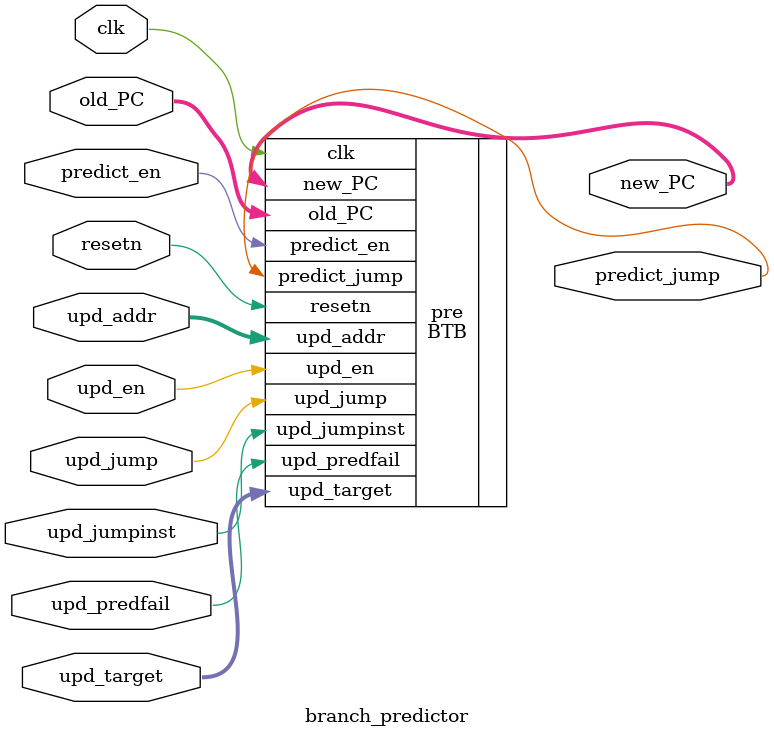
<source format=v>
`timescale 1ns / 1ps


module branch_predictor(
    input           clk,        //Ê±ÖÓÐÅºÅ£¬±ØÐëÓëCPU±£³ÖÒ»ÖÂ
    input           resetn,     //µÍÓÐÐ§¸´Î»ÐÅºÅ£¬±ØÐëÓëCPU±£³ÖÒ»ÖÂ

    //¹©CPUµÚÒ»¼¶Á÷Ë®¶ÎÊ¹ÓÃµÄ½Ó¿Ú£º
    //ÉÏÒ»¸öÖ¸ÁîµØÖ·
    input[31:0]     old_PC,
    //ÕâÖÜÆÚÊÇ·ñÐèÒª¸üÐÂPC£¨½øÐÐ·ÖÖ§Ô¤²â£©
    input           predict_en,
    //Ô¤²â³öµÄÏÂÒ»¸öÖ¸ÁîµØÖ·
    output[31:0]    new_PC,
    //ÊÇ·ñ±»Ô¤²âÎªÖ´ÐÐ×ªÒÆµÄ×ªÒÆÖ¸Áî
    output          predict_jump,

    //·ÖÖ§Ô¤²âÆ÷¸üÐÂ½Ó¿Ú£º
    //¸üÐÂÊ¹ÄÜ
    input           upd_en,
    //×ªÒÆÖ¸ÁîµØÖ·
    input[31:0]     upd_addr,
    //ÊÇ·ñÎª×ªÒÆÖ¸Áî
    input           upd_jumpinst,
    //ÈôÎª×ªÒÆÖ¸Áî£¬ÔòÊÇ·ñ×ªÒÆ
    input           upd_jump,
    //ÊÇ·ñÔ¤²âÊ§°Ü
    input           upd_predfail,
    //×ªÒÆÖ¸Áî±¾ÉíµÄÄ¿±êµØÖ·£¨ÎÞÂÛÊÇ·ñ×ªÒÆ£©
    input[31:0]     upd_target
);

BTB pre(
    .clk(clk),     
    .resetn(resetn),    
    .old_PC(old_PC),
    .predict_en(predict_en),
    .new_PC(new_PC),
    .predict_jump(predict_jump),
    .upd_en(upd_en),
    .upd_addr(upd_addr),
    .upd_jumpinst(upd_jumpinst),
    .upd_jump(upd_jump),
    .upd_predfail(upd_predfail),
    .upd_target(upd_target)
);
    
    
    
endmodule

</source>
